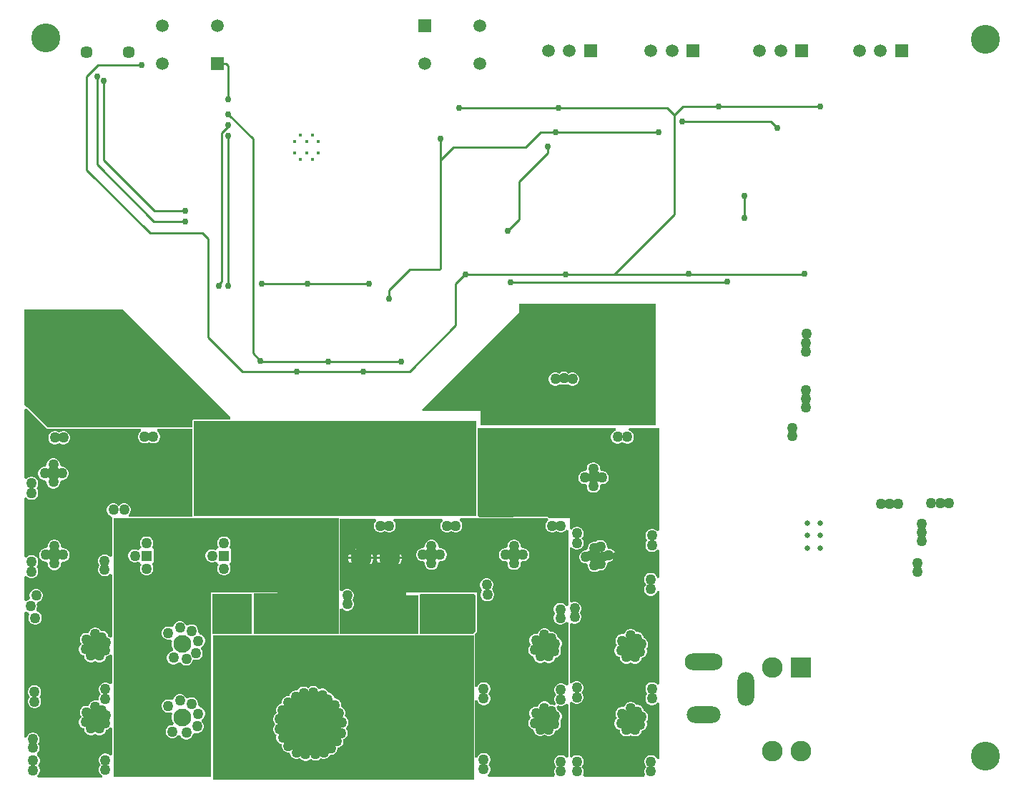
<source format=gbl>
G04*
G04 #@! TF.GenerationSoftware,Altium Limited,Altium Designer,25.8.1 (18)*
G04*
G04 Layer_Physical_Order=4*
G04 Layer_Color=16711680*
%FSLAX42Y42*%
%MOMM*%
G71*
G04*
G04 #@! TF.SameCoordinates,874FC4BF-8C61-49E1-ACD6-6D65B42AE4DE*
G04*
G04*
G04 #@! TF.FilePolarity,Positive*
G04*
G01*
G75*
%ADD16C,0.25*%
%ADD76R,1.30X1.30*%
%ADD80C,2.45*%
%ADD81R,2.45X2.45*%
%ADD82R,2.45X2.45*%
%ADD83C,1.30*%
%ADD88C,0.63*%
%ADD91O,4.00X2.00*%
%ADD92O,4.50X2.00*%
%ADD93O,2.00X4.00*%
%ADD94R,1.51X1.51*%
%ADD95C,1.50*%
%ADD96R,1.50X1.50*%
%ADD97C,2.10*%
%ADD98C,5.42*%
%ADD99R,4.92X4.92*%
%ADD100C,1.45*%
%ADD101C,0.40*%
%ADD102C,1.51*%
%ADD103C,1.27*%
%ADD104C,3.43*%
%ADD105C,0.76*%
G36*
X10068Y7823D02*
X7994D01*
X7988Y7828D01*
Y7988D01*
X7310D01*
X7301Y8012D01*
X8446Y9157D01*
Y9258D01*
X10068D01*
Y7823D01*
D02*
G37*
G36*
X5031Y7923D02*
Y7890D01*
X4591D01*
X4581Y7881D01*
Y7874D01*
Y7798D01*
X2864D01*
X2632Y8030D01*
X2621Y8034D01*
X2591Y8064D01*
Y9195D01*
X3759D01*
X5031Y7923D01*
D02*
G37*
G36*
X10109Y6573D02*
X10093Y6566D01*
X10084Y6565D01*
X10071Y6578D01*
X10053Y6588D01*
X10033Y6593D01*
X10013D01*
X9993Y6588D01*
X9975Y6578D01*
X9960Y6563D01*
X9950Y6545D01*
X9944Y6525D01*
Y6505D01*
X9950Y6485D01*
X9960Y6467D01*
X9969Y6458D01*
X9960Y6449D01*
X9950Y6431D01*
X9944Y6411D01*
Y6390D01*
X9950Y6370D01*
X9960Y6352D01*
X9975Y6338D01*
X9993Y6327D01*
X10013Y6322D01*
X10033D01*
X10053Y6327D01*
X10071Y6338D01*
X10084Y6350D01*
X10093Y6349D01*
X10109Y6342D01*
Y6017D01*
X10084Y6013D01*
X10081Y6025D01*
X10070Y6043D01*
X10056Y6057D01*
X10038Y6068D01*
X10018Y6073D01*
X9997D01*
X9977Y6068D01*
X9959Y6057D01*
X9945Y6043D01*
X9934Y6025D01*
X9929Y6005D01*
Y5984D01*
X9934Y5964D01*
X9945Y5946D01*
X9954Y5937D01*
X9945Y5928D01*
X9934Y5910D01*
X9929Y5890D01*
Y5870D01*
X9934Y5850D01*
X9945Y5832D01*
X9959Y5817D01*
X9977Y5807D01*
X9997Y5802D01*
X10018D01*
X10038Y5807D01*
X10056Y5817D01*
X10070Y5832D01*
X10081Y5850D01*
X10084Y5861D01*
X10109Y5858D01*
Y4757D01*
X10093Y4750D01*
X10084Y4749D01*
X10071Y4762D01*
X10053Y4772D01*
X10033Y4777D01*
X10013D01*
X9993Y4772D01*
X9975Y4762D01*
X9960Y4747D01*
X9950Y4729D01*
X9944Y4709D01*
Y4688D01*
X9950Y4668D01*
X9960Y4651D01*
X9969Y4642D01*
X9960Y4633D01*
X9950Y4615D01*
X9944Y4595D01*
Y4574D01*
X9950Y4554D01*
X9960Y4536D01*
X9975Y4522D01*
X9993Y4511D01*
X10013Y4506D01*
X10033D01*
X10053Y4511D01*
X10071Y4522D01*
X10084Y4534D01*
X10093Y4533D01*
X10109Y4526D01*
Y3867D01*
X10084Y3864D01*
X10083Y3865D01*
X10073Y3883D01*
X10058Y3898D01*
X10041Y3908D01*
X10021Y3914D01*
X10000D01*
X9980Y3908D01*
X9962Y3898D01*
X9947Y3883D01*
X9937Y3865D01*
X9932Y3846D01*
Y3825D01*
X9937Y3805D01*
X9947Y3787D01*
X9956Y3778D01*
X9947Y3769D01*
X9937Y3751D01*
X9932Y3731D01*
Y3711D01*
X9937Y3691D01*
X9941Y3683D01*
X9929Y3658D01*
X9928Y3658D01*
X9216D01*
X9216Y3658D01*
X9203Y3683D01*
X9207Y3691D01*
X9212Y3711D01*
Y3731D01*
X9207Y3751D01*
X9197Y3769D01*
X9188Y3778D01*
X9197Y3787D01*
X9207Y3805D01*
X9212Y3825D01*
Y3846D01*
X9207Y3865D01*
X9197Y3883D01*
X9182Y3898D01*
X9164Y3908D01*
X9144Y3914D01*
X9124D01*
X9104Y3908D01*
X9086Y3898D01*
X9071Y3884D01*
X9070Y3884D01*
X9046Y3891D01*
Y4537D01*
X9059Y4544D01*
X9071Y4546D01*
X9083Y4535D01*
X9101Y4524D01*
X9121Y4519D01*
X9142D01*
X9162Y4524D01*
X9179Y4535D01*
X9194Y4549D01*
X9204Y4567D01*
X9210Y4587D01*
Y4608D01*
X9204Y4628D01*
X9194Y4646D01*
X9185Y4655D01*
X9194Y4663D01*
X9204Y4681D01*
X9210Y4701D01*
Y4722D01*
X9204Y4742D01*
X9194Y4760D01*
X9179Y4775D01*
X9162Y4785D01*
X9142Y4790D01*
X9121D01*
X9101Y4785D01*
X9083Y4775D01*
X9071Y4763D01*
X9059Y4765D01*
X9046Y4772D01*
Y5465D01*
X9071Y5479D01*
X9076Y5477D01*
X9096Y5471D01*
X9116D01*
X9136Y5477D01*
X9154Y5487D01*
X9169Y5502D01*
X9179Y5520D01*
X9184Y5540D01*
Y5560D01*
X9179Y5580D01*
X9169Y5598D01*
X9166Y5601D01*
X9169Y5603D01*
X9179Y5621D01*
X9184Y5641D01*
Y5662D01*
X9179Y5682D01*
X9169Y5700D01*
X9154Y5714D01*
X9136Y5725D01*
X9116Y5730D01*
X9096D01*
X9076Y5725D01*
X9071Y5722D01*
X9046Y5737D01*
Y6371D01*
X9070Y6378D01*
X9071Y6378D01*
X9086Y6363D01*
X9104Y6353D01*
X9124Y6347D01*
X9144D01*
X9164Y6353D01*
X9182Y6363D01*
X9197Y6378D01*
X9207Y6396D01*
X9212Y6416D01*
Y6436D01*
X9207Y6456D01*
X9197Y6474D01*
X9188Y6483D01*
X9197Y6492D01*
X9207Y6510D01*
X9212Y6530D01*
Y6551D01*
X9207Y6571D01*
X9197Y6588D01*
X9182Y6603D01*
X9164Y6613D01*
X9144Y6619D01*
X9124D01*
X9104Y6613D01*
X9086Y6603D01*
X9071Y6589D01*
X9070Y6589D01*
X9046Y6596D01*
Y6718D01*
X8801Y6721D01*
X8801Y6722D01*
X8798Y6726D01*
X8796Y6729D01*
X8794Y6730D01*
X8793Y6732D01*
X8789Y6733D01*
X8785Y6734D01*
X7975Y6733D01*
X7954Y6759D01*
Y7785D01*
X9592D01*
X9595Y7760D01*
X9584Y7757D01*
X9566Y7746D01*
X9551Y7732D01*
X9541Y7714D01*
X9535Y7694D01*
Y7673D01*
X9541Y7653D01*
X9551Y7635D01*
X9566Y7621D01*
X9584Y7610D01*
X9604Y7605D01*
X9624D01*
X9644Y7610D01*
X9662Y7621D01*
X9671Y7630D01*
X9680Y7621D01*
X9698Y7610D01*
X9718Y7605D01*
X9739D01*
X9758Y7610D01*
X9776Y7621D01*
X9791Y7635D01*
X9801Y7653D01*
X9807Y7673D01*
Y7694D01*
X9801Y7714D01*
X9791Y7732D01*
X9776Y7746D01*
X9758Y7757D01*
X9747Y7760D01*
X9750Y7785D01*
X10109D01*
Y6573D01*
D02*
G37*
G36*
X2858Y7782D02*
X3965D01*
X3968Y7777D01*
X3967Y7748D01*
X3952Y7733D01*
X3942Y7715D01*
X3937Y7695D01*
Y7675D01*
X3942Y7655D01*
X3952Y7637D01*
X3967Y7622D01*
X3985Y7612D01*
X4005Y7606D01*
X4026D01*
X4046Y7612D01*
X4063Y7622D01*
X4066Y7625D01*
X4069Y7622D01*
X4087Y7612D01*
X4107Y7606D01*
X4127D01*
X4147Y7612D01*
X4165Y7622D01*
X4180Y7637D01*
X4190Y7655D01*
X4195Y7675D01*
Y7695D01*
X4190Y7715D01*
X4180Y7733D01*
X4165Y7748D01*
X4165Y7777D01*
X4168Y7782D01*
X4581D01*
Y6744D01*
Y6735D01*
X3832D01*
X3825Y6748D01*
X3823Y6760D01*
X3835Y6772D01*
X3845Y6790D01*
X3850Y6810D01*
Y6830D01*
X3845Y6850D01*
X3835Y6868D01*
X3820Y6883D01*
X3802Y6893D01*
X3782Y6898D01*
X3762D01*
X3742Y6893D01*
X3724Y6883D01*
X3708Y6869D01*
X3693Y6883D01*
X3675Y6893D01*
X3655Y6898D01*
X3635D01*
X3615Y6893D01*
X3597Y6883D01*
X3582Y6868D01*
X3572Y6850D01*
X3566Y6830D01*
Y6810D01*
X3572Y6790D01*
X3582Y6772D01*
X3597Y6757D01*
X3615Y6747D01*
X3628Y6725D01*
X3629Y6718D01*
X3629Y6717D01*
Y6270D01*
X3610Y6263D01*
X3603Y6262D01*
X3590Y6275D01*
X3572Y6286D01*
X3552Y6291D01*
X3532D01*
X3512Y6286D01*
X3494Y6275D01*
X3479Y6261D01*
X3469Y6243D01*
X3463Y6223D01*
Y6202D01*
X3469Y6182D01*
X3479Y6164D01*
X3482Y6162D01*
X3479Y6159D01*
X3469Y6141D01*
X3463Y6121D01*
Y6100D01*
X3469Y6080D01*
X3479Y6063D01*
X3494Y6048D01*
X3512Y6038D01*
X3532Y6032D01*
X3552D01*
X3572Y6038D01*
X3590Y6048D01*
X3603Y6061D01*
X3610Y6061D01*
X3629Y6053D01*
Y5319D01*
X3608Y5309D01*
X3603Y5308D01*
X3586Y5318D01*
X3584Y5319D01*
X3578Y5339D01*
X3568Y5357D01*
X3553Y5371D01*
X3535Y5382D01*
X3516Y5387D01*
X3496D01*
X3492Y5395D01*
X3477Y5410D01*
X3459Y5420D01*
X3439Y5425D01*
X3419D01*
X3399Y5420D01*
X3381Y5410D01*
X3366Y5395D01*
X3356Y5377D01*
X3351Y5358D01*
X3338Y5362D01*
X3317D01*
X3297Y5356D01*
X3279Y5346D01*
X3265Y5331D01*
X3254Y5313D01*
X3249Y5294D01*
Y5273D01*
X3254Y5253D01*
X3265Y5235D01*
X3252Y5217D01*
X3242Y5199D01*
X3236Y5179D01*
Y5159D01*
X3242Y5139D01*
X3252Y5121D01*
X3267Y5106D01*
X3284Y5096D01*
X3300Y5092D01*
Y5082D01*
X3305Y5062D01*
X3315Y5044D01*
X3330Y5030D01*
X3348Y5020D01*
X3368Y5014D01*
X3389D01*
X3408Y5020D01*
X3426Y5030D01*
X3429Y5032D01*
X3432Y5030D01*
X3449Y5020D01*
X3469Y5014D01*
X3490D01*
X3510Y5020D01*
X3528Y5030D01*
X3543Y5044D01*
X3553Y5062D01*
X3557Y5079D01*
X3574Y5083D01*
X3592Y5093D01*
X3603Y5105D01*
X3615Y5103D01*
X3629Y5096D01*
Y4764D01*
X3603Y4754D01*
X3599Y4758D01*
X3581Y4769D01*
X3561Y4774D01*
X3540D01*
X3520Y4769D01*
X3502Y4758D01*
X3488Y4744D01*
X3478Y4726D01*
X3472Y4706D01*
Y4685D01*
X3478Y4665D01*
X3488Y4647D01*
X3497Y4638D01*
X3488Y4629D01*
X3478Y4611D01*
X3472Y4591D01*
Y4578D01*
X3469Y4574D01*
X3458Y4564D01*
X3449Y4559D01*
X3439Y4562D01*
X3419D01*
X3399Y4556D01*
X3381Y4546D01*
X3366Y4531D01*
X3356Y4513D01*
X3351Y4495D01*
X3338Y4498D01*
X3317D01*
X3297Y4493D01*
X3279Y4482D01*
X3265Y4468D01*
X3254Y4450D01*
X3249Y4430D01*
Y4409D01*
X3254Y4389D01*
X3265Y4371D01*
X3252Y4353D01*
X3242Y4336D01*
X3236Y4316D01*
Y4295D01*
X3242Y4275D01*
X3252Y4257D01*
X3267Y4242D01*
X3284Y4232D01*
X3300Y4228D01*
Y4219D01*
X3305Y4199D01*
X3315Y4181D01*
X3330Y4166D01*
X3348Y4156D01*
X3368Y4151D01*
X3389D01*
X3408Y4156D01*
X3426Y4166D01*
X3429Y4169D01*
X3432Y4166D01*
X3449Y4156D01*
X3469Y4151D01*
X3490D01*
X3510Y4156D01*
X3528Y4166D01*
X3543Y4181D01*
X3553Y4199D01*
X3557Y4215D01*
X3574Y4219D01*
X3592Y4230D01*
X3603Y4242D01*
X3615Y4240D01*
X3629Y4233D01*
Y3922D01*
X3603Y3912D01*
X3597Y3918D01*
X3579Y3928D01*
X3559Y3934D01*
X3538D01*
X3518Y3928D01*
X3501Y3918D01*
X3486Y3903D01*
X3476Y3885D01*
X3470Y3865D01*
Y3845D01*
X3476Y3825D01*
X3486Y3807D01*
X3495Y3798D01*
X3486Y3789D01*
X3476Y3771D01*
X3470Y3751D01*
Y3730D01*
X3476Y3710D01*
X3486Y3693D01*
X3501Y3678D01*
X3514Y3670D01*
X3512Y3651D01*
X3509Y3645D01*
X2749D01*
X2742Y3670D01*
X2743Y3671D01*
X2758Y3685D01*
X2768Y3703D01*
X2774Y3723D01*
Y3744D01*
X2768Y3764D01*
X2758Y3782D01*
X2749Y3791D01*
X2758Y3800D01*
X2768Y3818D01*
X2774Y3838D01*
Y3858D01*
X2768Y3878D01*
X2758Y3896D01*
X2743Y3911D01*
X2742Y3927D01*
X2743Y3940D01*
X2755Y3952D01*
X2766Y3970D01*
X2771Y3990D01*
Y4011D01*
X2766Y4031D01*
X2755Y4049D01*
X2753Y4051D01*
X2755Y4054D01*
X2766Y4072D01*
X2771Y4092D01*
Y4112D01*
X2766Y4132D01*
X2755Y4150D01*
X2741Y4165D01*
X2723Y4175D01*
X2703Y4181D01*
X2682D01*
X2662Y4175D01*
X2644Y4165D01*
X2630Y4150D01*
X2619Y4132D01*
X2616Y4121D01*
X2591Y4124D01*
Y5602D01*
X2610Y5612D01*
X2616Y5613D01*
X2633Y5604D01*
X2637Y5603D01*
X2639Y5601D01*
X2649Y5574D01*
X2645Y5567D01*
X2639Y5548D01*
Y5527D01*
X2645Y5507D01*
X2655Y5489D01*
X2670Y5474D01*
X2688Y5464D01*
X2707Y5459D01*
X2728D01*
X2748Y5464D01*
X2766Y5474D01*
X2781Y5489D01*
X2791Y5507D01*
X2796Y5527D01*
Y5548D01*
X2791Y5567D01*
X2781Y5585D01*
X2766Y5600D01*
X2748Y5610D01*
X2744Y5611D01*
X2742Y5614D01*
X2732Y5640D01*
X2736Y5647D01*
X2742Y5667D01*
Y5687D01*
X2738Y5700D01*
X2739Y5711D01*
X2753Y5729D01*
X2761Y5731D01*
X2779Y5741D01*
X2793Y5756D01*
X2804Y5774D01*
X2809Y5794D01*
Y5814D01*
X2804Y5834D01*
X2793Y5852D01*
X2779Y5867D01*
X2761Y5877D01*
X2741Y5882D01*
X2720D01*
X2700Y5877D01*
X2682Y5867D01*
X2668Y5852D01*
X2657Y5834D01*
X2652Y5814D01*
Y5794D01*
X2655Y5781D01*
X2654Y5770D01*
X2640Y5752D01*
X2633Y5750D01*
X2616Y5741D01*
X2610Y5742D01*
X2591Y5752D01*
Y6030D01*
X2603Y6036D01*
X2616Y6039D01*
X2628Y6028D01*
X2645Y6017D01*
X2665Y6012D01*
X2686D01*
X2706Y6017D01*
X2724Y6028D01*
X2739Y6042D01*
X2749Y6060D01*
X2754Y6080D01*
Y6101D01*
X2749Y6121D01*
X2739Y6139D01*
X2730Y6148D01*
X2739Y6156D01*
X2749Y6174D01*
X2754Y6194D01*
Y6215D01*
X2749Y6235D01*
X2739Y6253D01*
X2724Y6267D01*
X2706Y6278D01*
X2686Y6283D01*
X2665D01*
X2645Y6278D01*
X2628Y6267D01*
X2616Y6256D01*
X2603Y6259D01*
X2591Y6265D01*
Y6957D01*
X2603Y6964D01*
X2616Y6966D01*
X2628Y6955D01*
X2645Y6944D01*
X2665Y6939D01*
X2686D01*
X2706Y6944D01*
X2724Y6955D01*
X2739Y6969D01*
X2749Y6987D01*
X2754Y7007D01*
Y7028D01*
X2749Y7048D01*
X2739Y7066D01*
X2730Y7075D01*
X2739Y7084D01*
X2749Y7101D01*
X2754Y7121D01*
Y7142D01*
X2749Y7162D01*
X2739Y7180D01*
X2724Y7195D01*
X2706Y7205D01*
X2686Y7210D01*
X2665D01*
X2645Y7205D01*
X2628Y7195D01*
X2616Y7183D01*
X2603Y7186D01*
X2591Y7192D01*
Y8008D01*
X2601Y8018D01*
X2621D01*
X2858Y7782D01*
D02*
G37*
G36*
X7938Y6744D02*
X4597D01*
Y7874D01*
X7938D01*
Y6744D01*
D02*
G37*
G36*
X8792Y6693D02*
X8791Y6692D01*
X8776Y6678D01*
X8766Y6660D01*
X8761Y6640D01*
Y6619D01*
X8766Y6599D01*
X8776Y6581D01*
X8791Y6567D01*
X8809Y6556D01*
X8829Y6551D01*
X8850D01*
X8869Y6556D01*
X8887Y6567D01*
X8890Y6569D01*
X8893Y6567D01*
X8911Y6556D01*
X8930Y6551D01*
X8951D01*
X8971Y6556D01*
X8989Y6567D01*
X9004Y6581D01*
X9004Y6582D01*
X9030Y6576D01*
Y5687D01*
X9004Y5680D01*
X9000Y5687D01*
X8986Y5702D01*
X8968Y5712D01*
X8948Y5717D01*
X8927D01*
X8907Y5712D01*
X8889Y5702D01*
X8875Y5687D01*
X8864Y5669D01*
X8859Y5649D01*
Y5628D01*
X8864Y5608D01*
X8875Y5591D01*
X8877Y5588D01*
X8875Y5585D01*
X8864Y5567D01*
X8859Y5548D01*
Y5527D01*
X8864Y5507D01*
X8875Y5489D01*
X8889Y5474D01*
X8907Y5464D01*
X8927Y5459D01*
X8948D01*
X8968Y5464D01*
X8986Y5474D01*
X9000Y5489D01*
X9004Y5496D01*
X9030Y5489D01*
Y4745D01*
X9013Y4737D01*
X9004Y4736D01*
X8992Y4749D01*
X8974Y4759D01*
X8954Y4765D01*
X8933D01*
X8913Y4759D01*
X8895Y4749D01*
X8881Y4734D01*
X8870Y4716D01*
X8865Y4696D01*
Y4676D01*
X8870Y4656D01*
X8881Y4638D01*
X8890Y4629D01*
X8881Y4620D01*
X8870Y4602D01*
X8865Y4582D01*
Y4561D01*
X8870Y4541D01*
X8881Y4524D01*
X8881Y4523D01*
X8866Y4503D01*
X8856Y4508D01*
X8836Y4514D01*
X8817D01*
X8812Y4521D01*
X8798Y4536D01*
X8780Y4546D01*
X8760Y4552D01*
X8739D01*
X8719Y4546D01*
X8701Y4536D01*
X8687Y4521D01*
X8676Y4504D01*
X8671Y4485D01*
X8658Y4488D01*
X8637D01*
X8617Y4483D01*
X8600Y4473D01*
X8585Y4458D01*
X8575Y4440D01*
X8569Y4420D01*
Y4399D01*
X8575Y4379D01*
X8585Y4362D01*
X8572Y4344D01*
X8562Y4326D01*
X8557Y4306D01*
Y4285D01*
X8562Y4265D01*
X8572Y4247D01*
X8587Y4233D01*
X8605Y4222D01*
X8620Y4218D01*
Y4209D01*
X8625Y4189D01*
X8636Y4171D01*
X8650Y4156D01*
X8668Y4146D01*
X8688Y4141D01*
X8709D01*
X8729Y4146D01*
X8747Y4156D01*
X8749Y4159D01*
X8752Y4156D01*
X8770Y4146D01*
X8790Y4141D01*
X8811D01*
X8830Y4146D01*
X8848Y4156D01*
X8863Y4171D01*
X8873Y4189D01*
X8878Y4205D01*
X8894Y4210D01*
X8912Y4220D01*
X8927Y4235D01*
X8937Y4252D01*
X8942Y4272D01*
Y4293D01*
X8937Y4313D01*
X8934Y4318D01*
X8939Y4323D01*
X8950Y4341D01*
X8955Y4361D01*
Y4382D01*
X8950Y4402D01*
X8939Y4420D01*
X8925Y4434D01*
X8907Y4445D01*
X8904Y4445D01*
X8899Y4465D01*
X8888Y4483D01*
X8888Y4484D01*
X8903Y4504D01*
X8913Y4499D01*
X8933Y4493D01*
X8954D01*
X8974Y4499D01*
X8992Y4509D01*
X9004Y4522D01*
X9013Y4521D01*
X9030Y4513D01*
Y3894D01*
X9013Y3886D01*
X9004Y3885D01*
X8992Y3898D01*
X8974Y3908D01*
X8954Y3914D01*
X8933D01*
X8913Y3908D01*
X8895Y3898D01*
X8881Y3883D01*
X8870Y3865D01*
X8865Y3846D01*
Y3825D01*
X8870Y3805D01*
X8881Y3787D01*
X8890Y3778D01*
X8881Y3769D01*
X8870Y3751D01*
X8865Y3731D01*
Y3711D01*
X8870Y3691D01*
X8875Y3683D01*
X8862Y3658D01*
X8861Y3658D01*
X8083D01*
X8076Y3683D01*
X8077Y3683D01*
X8092Y3698D01*
X8102Y3716D01*
X8108Y3736D01*
Y3757D01*
X8102Y3777D01*
X8092Y3794D01*
X8083Y3803D01*
X8092Y3812D01*
X8102Y3830D01*
X8108Y3850D01*
Y3871D01*
X8102Y3891D01*
X8092Y3909D01*
X8077Y3923D01*
X8059Y3934D01*
X8039Y3939D01*
X8019D01*
X7999Y3934D01*
X7981Y3923D01*
X7966Y3909D01*
X7956Y3891D01*
X7954Y3883D01*
X7928Y3886D01*
Y4559D01*
X7954Y4562D01*
X7956Y4554D01*
X7966Y4536D01*
X7981Y4522D01*
X7999Y4511D01*
X8019Y4506D01*
X8039D01*
X8059Y4511D01*
X8077Y4522D01*
X8092Y4536D01*
X8102Y4554D01*
X8108Y4574D01*
Y4595D01*
X8102Y4615D01*
X8092Y4633D01*
X8083Y4642D01*
X8092Y4651D01*
X8102Y4668D01*
X8108Y4688D01*
Y4709D01*
X8102Y4729D01*
X8092Y4747D01*
X8077Y4762D01*
X8059Y4772D01*
X8039Y4777D01*
X8019D01*
X7999Y4772D01*
X7981Y4762D01*
X7966Y4747D01*
X7956Y4729D01*
X7954Y4721D01*
X7928Y4724D01*
Y5341D01*
X7924Y5345D01*
X7950Y5372D01*
Y5842D01*
X7112D01*
Y5804D01*
X7252D01*
Y5350D01*
X6328D01*
Y5642D01*
X6342Y5649D01*
X6354Y5651D01*
X6365Y5639D01*
X6383Y5629D01*
X6403Y5624D01*
X6424D01*
X6444Y5629D01*
X6462Y5639D01*
X6476Y5654D01*
X6487Y5672D01*
X6492Y5692D01*
Y5713D01*
X6487Y5733D01*
X6476Y5751D01*
X6474Y5753D01*
X6476Y5756D01*
X6487Y5774D01*
X6492Y5794D01*
Y5814D01*
X6487Y5834D01*
X6476Y5852D01*
X6462Y5867D01*
X6444Y5877D01*
X6424Y5882D01*
X6403D01*
X6383Y5877D01*
X6365Y5867D01*
X6354Y5855D01*
X6342Y5857D01*
X6328Y5864D01*
Y6715D01*
X6748Y6715D01*
X6755Y6700D01*
X6757Y6690D01*
X6744Y6678D01*
X6734Y6660D01*
X6729Y6640D01*
Y6619D01*
X6734Y6599D01*
X6744Y6581D01*
X6759Y6567D01*
X6777Y6556D01*
X6797Y6551D01*
X6818D01*
X6838Y6556D01*
X6855Y6567D01*
X6858Y6569D01*
X6861Y6567D01*
X6879Y6556D01*
X6898Y6551D01*
X6919D01*
X6939Y6556D01*
X6957Y6567D01*
X6972Y6581D01*
X6982Y6599D01*
X6987Y6619D01*
Y6640D01*
X6982Y6660D01*
X6972Y6678D01*
X6959Y6690D01*
X6960Y6699D01*
X6967Y6716D01*
X7537Y6716D01*
X7545Y6697D01*
X7545Y6691D01*
X7532Y6678D01*
X7521Y6660D01*
X7516Y6640D01*
Y6619D01*
X7521Y6599D01*
X7532Y6581D01*
X7546Y6567D01*
X7564Y6556D01*
X7584Y6551D01*
X7605D01*
X7625Y6556D01*
X7643Y6567D01*
X7645Y6569D01*
X7648Y6567D01*
X7666Y6556D01*
X7686Y6551D01*
X7707D01*
X7726Y6556D01*
X7744Y6567D01*
X7759Y6581D01*
X7769Y6599D01*
X7775Y6619D01*
Y6640D01*
X7769Y6660D01*
X7759Y6678D01*
X7745Y6691D01*
X7746Y6696D01*
X7753Y6717D01*
X8785Y6718D01*
X8792Y6693D01*
D02*
G37*
G36*
X7934Y5807D02*
Y5379D01*
X7931D01*
X7916Y5364D01*
X7913Y5358D01*
X7912Y5357D01*
X7911Y5355D01*
X7909Y5350D01*
X7268D01*
Y5804D01*
X7284Y5826D01*
X7916D01*
X7934Y5807D01*
D02*
G37*
G36*
X6312Y5347D02*
X5309D01*
X5309Y5820D01*
X5312Y5829D01*
X5330Y5829D01*
X5588D01*
Y5842D01*
X5318Y5842D01*
X5288Y5842D01*
X4801D01*
Y5759D01*
X4798Y5751D01*
Y5730D01*
X4801Y5721D01*
Y5531D01*
X4798Y5522D01*
Y5501D01*
X4801Y5493D01*
Y3658D01*
X3645D01*
Y6718D01*
X6312D01*
Y5347D01*
D02*
G37*
G36*
X5283D02*
X4817D01*
Y5493D01*
X4816Y5495D01*
X4816Y5497D01*
X4815Y5504D01*
Y5520D01*
X4816Y5527D01*
X4816Y5529D01*
X4817Y5531D01*
Y5721D01*
X4816Y5724D01*
X4816Y5726D01*
X4815Y5732D01*
Y5749D01*
X4816Y5755D01*
X4816Y5757D01*
X4817Y5759D01*
Y5826D01*
X5283D01*
Y5347D01*
D02*
G37*
G36*
X7909Y5330D02*
X7912Y5329D01*
Y3619D01*
X4826D01*
Y5330D01*
X7909D01*
D02*
G37*
%LPC*%
G36*
X8989Y8458D02*
X8969D01*
X8949Y8453D01*
X8931Y8443D01*
X8922Y8434D01*
X8908Y8442D01*
X8888Y8448D01*
X8867D01*
X8847Y8442D01*
X8829Y8432D01*
X8814Y8418D01*
X8804Y8400D01*
X8799Y8380D01*
Y8359D01*
X8804Y8339D01*
X8814Y8321D01*
X8829Y8306D01*
X8847Y8296D01*
X8867Y8291D01*
X8888D01*
X8908Y8296D01*
X8925Y8306D01*
X8934Y8315D01*
X8949Y8307D01*
X8969Y8301D01*
X8989D01*
X9009Y8307D01*
X9024Y8315D01*
X9032Y8306D01*
X9050Y8296D01*
X9070Y8291D01*
X9091D01*
X9111Y8296D01*
X9129Y8306D01*
X9143Y8321D01*
X9154Y8339D01*
X9159Y8359D01*
Y8380D01*
X9154Y8400D01*
X9143Y8418D01*
X9129Y8432D01*
X9111Y8442D01*
X9091Y8448D01*
X9070D01*
X9050Y8442D01*
X9036Y8434D01*
X9027Y8443D01*
X9009Y8453D01*
X8989Y8458D01*
D02*
G37*
G36*
X9339Y7382D02*
X9319D01*
X9299Y7377D01*
X9281Y7366D01*
X9266Y7352D01*
X9256Y7334D01*
X9250Y7314D01*
Y7303D01*
X9242Y7289D01*
X9228Y7281D01*
X9217D01*
X9197Y7275D01*
X9179Y7265D01*
X9165Y7250D01*
X9154Y7232D01*
X9149Y7212D01*
Y7192D01*
X9154Y7172D01*
X9165Y7154D01*
X9179Y7139D01*
X9197Y7129D01*
X9217Y7124D01*
X9228D01*
X9242Y7115D01*
X9250Y7101D01*
Y7090D01*
X9256Y7070D01*
X9266Y7052D01*
X9281Y7038D01*
X9299Y7027D01*
X9319Y7022D01*
X9339D01*
X9359Y7027D01*
X9377Y7038D01*
X9392Y7052D01*
X9402Y7070D01*
X9407Y7090D01*
Y7101D01*
X9416Y7115D01*
X9430Y7124D01*
X9441D01*
X9461Y7129D01*
X9479Y7139D01*
X9493Y7154D01*
X9504Y7172D01*
X9509Y7192D01*
Y7212D01*
X9504Y7232D01*
X9493Y7250D01*
X9479Y7265D01*
X9461Y7275D01*
X9441Y7281D01*
X9420D01*
X9417Y7285D01*
Y7294D01*
X9412D01*
X9407Y7302D01*
Y7314D01*
X9402Y7334D01*
X9392Y7352D01*
X9377Y7366D01*
X9359Y7377D01*
X9339Y7382D01*
D02*
G37*
G36*
X9420Y6462D02*
X9399D01*
X9379Y6456D01*
X9361Y6446D01*
X9356Y6441D01*
X9352Y6442D01*
X9331D01*
X9311Y6437D01*
X9293Y6427D01*
X9279Y6412D01*
X9268Y6394D01*
X9263Y6374D01*
Y6363D01*
X9255Y6349D01*
X9240Y6341D01*
X9230D01*
X9210Y6335D01*
X9192Y6325D01*
X9177Y6310D01*
X9167Y6293D01*
X9162Y6273D01*
Y6252D01*
X9167Y6232D01*
X9177Y6214D01*
X9192Y6199D01*
X9210Y6189D01*
X9230Y6184D01*
X9240D01*
X9255Y6176D01*
X9263Y6161D01*
Y6150D01*
X9268Y6130D01*
X9279Y6112D01*
X9293Y6098D01*
X9311Y6087D01*
X9331Y6082D01*
X9352D01*
X9372Y6087D01*
X9390Y6098D01*
X9395Y6103D01*
X9399Y6102D01*
X9420D01*
X9440Y6107D01*
X9458Y6117D01*
X9472Y6132D01*
X9483Y6150D01*
X9488Y6170D01*
Y6181D01*
X9496Y6195D01*
X9511Y6203D01*
X9522D01*
X9542Y6209D01*
X9559Y6219D01*
X9574Y6233D01*
X9584Y6251D01*
X9590Y6271D01*
Y6292D01*
X9584Y6312D01*
X9574Y6330D01*
X9559Y6344D01*
X9542Y6355D01*
X9522Y6360D01*
X9511D01*
X9496Y6368D01*
X9488Y6383D01*
Y6394D01*
X9483Y6414D01*
X9472Y6431D01*
X9458Y6446D01*
X9440Y6456D01*
X9420Y6462D01*
D02*
G37*
G36*
X9780Y5409D02*
X9760D01*
X9740Y5404D01*
X9722Y5394D01*
X9707Y5379D01*
X9697Y5361D01*
X9692Y5342D01*
X9679Y5346D01*
X9658D01*
X9638Y5341D01*
X9620Y5330D01*
X9606Y5316D01*
X9595Y5298D01*
X9590Y5278D01*
Y5257D01*
X9595Y5237D01*
X9606Y5219D01*
X9593Y5201D01*
X9582Y5183D01*
X9577Y5163D01*
Y5143D01*
X9582Y5123D01*
X9593Y5105D01*
X9607Y5090D01*
X9625Y5080D01*
X9641Y5076D01*
Y5067D01*
X9646Y5047D01*
X9656Y5029D01*
X9671Y5014D01*
X9689Y5004D01*
X9709Y4998D01*
X9729D01*
X9749Y5004D01*
X9767Y5014D01*
X9770Y5017D01*
X9773Y5014D01*
X9790Y5004D01*
X9810Y4998D01*
X9831D01*
X9851Y5004D01*
X9869Y5014D01*
X9884Y5029D01*
X9894Y5047D01*
X9898Y5063D01*
X9915Y5067D01*
X9932Y5078D01*
X9947Y5092D01*
X9957Y5110D01*
X9963Y5130D01*
Y5151D01*
X9957Y5171D01*
X9954Y5176D01*
X9960Y5181D01*
X9970Y5199D01*
X9975Y5219D01*
Y5240D01*
X9970Y5260D01*
X9960Y5277D01*
X9945Y5292D01*
X9927Y5302D01*
X9925Y5303D01*
X9919Y5323D01*
X9909Y5341D01*
X9894Y5356D01*
X9876Y5366D01*
X9856Y5371D01*
X9837D01*
X9833Y5379D01*
X9818Y5394D01*
X9800Y5404D01*
X9780Y5409D01*
D02*
G37*
G36*
Y4546D02*
X9760D01*
X9740Y4540D01*
X9722Y4530D01*
X9707Y4515D01*
X9697Y4498D01*
X9692Y4479D01*
X9679Y4482D01*
X9658D01*
X9638Y4477D01*
X9620Y4467D01*
X9606Y4452D01*
X9595Y4434D01*
X9590Y4414D01*
Y4393D01*
X9595Y4373D01*
X9606Y4356D01*
X9593Y4338D01*
X9582Y4320D01*
X9577Y4300D01*
Y4279D01*
X9582Y4259D01*
X9593Y4241D01*
X9607Y4227D01*
X9625Y4216D01*
X9641Y4212D01*
Y4203D01*
X9646Y4183D01*
X9656Y4165D01*
X9671Y4150D01*
X9689Y4140D01*
X9709Y4135D01*
X9729D01*
X9749Y4140D01*
X9767Y4150D01*
X9770Y4153D01*
X9773Y4150D01*
X9790Y4140D01*
X9810Y4135D01*
X9831D01*
X9851Y4140D01*
X9869Y4150D01*
X9884Y4165D01*
X9894Y4183D01*
X9898Y4199D01*
X9915Y4204D01*
X9932Y4214D01*
X9947Y4229D01*
X9957Y4246D01*
X9963Y4266D01*
Y4287D01*
X9957Y4307D01*
X9954Y4312D01*
X9960Y4317D01*
X9970Y4335D01*
X9975Y4355D01*
Y4376D01*
X9970Y4396D01*
X9960Y4414D01*
X9945Y4428D01*
X9927Y4439D01*
X9925Y4440D01*
X9919Y4459D01*
X9909Y4477D01*
X9894Y4492D01*
X9876Y4502D01*
X9856Y4508D01*
X9837D01*
X9833Y4515D01*
X9818Y4530D01*
X9800Y4540D01*
X9780Y4546D01*
D02*
G37*
G36*
X3064Y7754D02*
X3044D01*
X3024Y7749D01*
X3006Y7738D01*
X3003Y7736D01*
X3001Y7738D01*
X2983Y7749D01*
X2963Y7754D01*
X2942D01*
X2922Y7749D01*
X2904Y7738D01*
X2890Y7724D01*
X2879Y7706D01*
X2874Y7686D01*
Y7665D01*
X2879Y7645D01*
X2890Y7627D01*
X2904Y7613D01*
X2922Y7602D01*
X2942Y7597D01*
X2963D01*
X2983Y7602D01*
X3001Y7613D01*
X3003Y7615D01*
X3006Y7613D01*
X3024Y7602D01*
X3044Y7597D01*
X3064D01*
X3084Y7602D01*
X3102Y7613D01*
X3117Y7627D01*
X3127Y7645D01*
X3133Y7665D01*
Y7686D01*
X3127Y7706D01*
X3117Y7724D01*
X3102Y7738D01*
X3084Y7749D01*
X3064Y7754D01*
D02*
G37*
G36*
X2944Y7432D02*
X2923D01*
X2903Y7426D01*
X2885Y7416D01*
X2871Y7401D01*
X2861Y7384D01*
X2855Y7364D01*
Y7353D01*
X2847Y7338D01*
X2832Y7330D01*
X2822D01*
X2802Y7325D01*
X2784Y7315D01*
X2769Y7300D01*
X2759Y7282D01*
X2754Y7262D01*
Y7241D01*
X2759Y7221D01*
X2769Y7204D01*
X2784Y7189D01*
X2802Y7179D01*
X2822Y7173D01*
X2832D01*
X2847Y7165D01*
X2855Y7150D01*
Y7140D01*
X2861Y7120D01*
X2871Y7102D01*
X2885Y7087D01*
X2903Y7077D01*
X2923Y7072D01*
X2944D01*
X2964Y7077D01*
X2982Y7087D01*
X2997Y7102D01*
X3007Y7120D01*
X3012Y7140D01*
Y7150D01*
X3020Y7165D01*
X3035Y7173D01*
X3046D01*
X3066Y7179D01*
X3083Y7189D01*
X3098Y7204D01*
X3108Y7221D01*
X3114Y7241D01*
Y7262D01*
X3108Y7282D01*
X3098Y7300D01*
X3083Y7315D01*
X3066Y7325D01*
X3046Y7330D01*
X3035D01*
X3020Y7338D01*
X3012Y7353D01*
Y7364D01*
X3007Y7384D01*
X2997Y7401D01*
X2982Y7416D01*
X2964Y7426D01*
X2944Y7432D01*
D02*
G37*
G36*
X2957Y6467D02*
X2936D01*
X2916Y6461D01*
X2898Y6451D01*
X2884Y6436D01*
X2873Y6418D01*
X2868Y6398D01*
Y6388D01*
X2860Y6373D01*
X2845Y6365D01*
X2834D01*
X2815Y6360D01*
X2797Y6349D01*
X2782Y6335D01*
X2772Y6317D01*
X2766Y6297D01*
Y6276D01*
X2772Y6256D01*
X2782Y6238D01*
X2797Y6224D01*
X2815Y6213D01*
X2834Y6208D01*
X2845D01*
X2860Y6200D01*
X2868Y6185D01*
Y6175D01*
X2873Y6155D01*
X2884Y6137D01*
X2898Y6122D01*
X2916Y6112D01*
X2936Y6106D01*
X2957D01*
X2977Y6112D01*
X2995Y6122D01*
X3009Y6137D01*
X3020Y6155D01*
X3025Y6175D01*
Y6185D01*
X3033Y6200D01*
X3048Y6208D01*
X3058D01*
X3078Y6213D01*
X3096Y6224D01*
X3111Y6238D01*
X3121Y6256D01*
X3126Y6276D01*
Y6297D01*
X3121Y6317D01*
X3111Y6335D01*
X3096Y6349D01*
X3078Y6360D01*
X3058Y6365D01*
X3048D01*
X3033Y6373D01*
X3025Y6388D01*
Y6398D01*
X3020Y6418D01*
X3009Y6436D01*
X2995Y6451D01*
X2977Y6461D01*
X2957Y6467D01*
D02*
G37*
G36*
X2720Y4741D02*
X2699D01*
X2679Y4736D01*
X2662Y4726D01*
X2647Y4711D01*
X2637Y4693D01*
X2631Y4673D01*
Y4653D01*
X2637Y4633D01*
X2647Y4615D01*
X2656Y4606D01*
X2647Y4597D01*
X2637Y4579D01*
X2631Y4559D01*
Y4538D01*
X2637Y4518D01*
X2647Y4500D01*
X2662Y4486D01*
X2679Y4475D01*
X2699Y4470D01*
X2720D01*
X2740Y4475D01*
X2758Y4486D01*
X2773Y4500D01*
X2783Y4518D01*
X2788Y4538D01*
Y4559D01*
X2783Y4579D01*
X2773Y4597D01*
X2764Y4606D01*
X2773Y4615D01*
X2783Y4633D01*
X2788Y4653D01*
Y4673D01*
X2783Y4693D01*
X2773Y4711D01*
X2758Y4726D01*
X2740Y4736D01*
X2720Y4741D01*
D02*
G37*
G36*
X6928Y6396D02*
X6926D01*
Y6260D01*
X7062D01*
Y6262D01*
X7056Y6291D01*
X7045Y6318D01*
X7029Y6342D01*
X7008Y6363D01*
X6984Y6379D01*
X6957Y6390D01*
X6928Y6396D01*
D02*
G37*
G36*
X6901D02*
X6899D01*
X6871Y6390D01*
X6844Y6379D01*
X6819Y6363D01*
X6799Y6342D01*
X6783Y6318D01*
X6771Y6291D01*
X6766Y6262D01*
Y6260D01*
X6901D01*
Y6396D01*
D02*
G37*
G36*
X6588D02*
X6586D01*
Y6260D01*
X6722D01*
Y6262D01*
X6716Y6291D01*
X6705Y6318D01*
X6689Y6342D01*
X6668Y6363D01*
X6644Y6379D01*
X6617Y6390D01*
X6588Y6396D01*
D02*
G37*
G36*
X6561D02*
X6559D01*
X6531Y6390D01*
X6504Y6379D01*
X6479Y6363D01*
X6459Y6342D01*
X6443Y6318D01*
X6431Y6291D01*
X6426Y6262D01*
Y6260D01*
X6561D01*
Y6396D01*
D02*
G37*
G36*
X8399Y6468D02*
X8379D01*
X8359Y6462D01*
X8341Y6452D01*
X8326Y6437D01*
X8316Y6420D01*
X8311Y6400D01*
Y6389D01*
X8302Y6374D01*
X8288Y6366D01*
X8277D01*
X8257Y6361D01*
X8239Y6350D01*
X8225Y6336D01*
X8214Y6318D01*
X8209Y6298D01*
Y6277D01*
X8214Y6257D01*
X8225Y6239D01*
X8239Y6225D01*
X8257Y6214D01*
X8277Y6209D01*
X8288D01*
X8302Y6201D01*
X8311Y6186D01*
Y6176D01*
X8316Y6156D01*
X8326Y6138D01*
X8341Y6123D01*
X8359Y6113D01*
X8379Y6108D01*
X8399D01*
X8419Y6113D01*
X8437Y6123D01*
X8452Y6138D01*
X8462Y6156D01*
X8468Y6176D01*
Y6186D01*
X8476Y6201D01*
X8490Y6209D01*
X8501D01*
X8521Y6214D01*
X8539Y6225D01*
X8554Y6239D01*
X8564Y6257D01*
X8569Y6277D01*
Y6298D01*
X8564Y6318D01*
X8554Y6336D01*
X8539Y6350D01*
X8521Y6361D01*
X8501Y6366D01*
X8490D01*
X8476Y6374D01*
X8468Y6389D01*
Y6400D01*
X8462Y6420D01*
X8452Y6437D01*
X8437Y6452D01*
X8419Y6462D01*
X8399Y6468D01*
D02*
G37*
G36*
X7422D02*
X7401D01*
X7381Y6462D01*
X7363Y6452D01*
X7348Y6437D01*
X7338Y6420D01*
X7333Y6400D01*
Y6389D01*
X7325Y6374D01*
X7310Y6366D01*
X7299D01*
X7279Y6361D01*
X7261Y6350D01*
X7247Y6336D01*
X7236Y6318D01*
X7231Y6298D01*
Y6277D01*
X7236Y6257D01*
X7247Y6239D01*
X7261Y6225D01*
X7279Y6214D01*
X7299Y6209D01*
X7310D01*
X7325Y6201D01*
X7333Y6186D01*
Y6176D01*
X7338Y6156D01*
X7348Y6138D01*
X7363Y6123D01*
X7381Y6113D01*
X7401Y6108D01*
X7422D01*
X7442Y6113D01*
X7459Y6123D01*
X7474Y6138D01*
X7484Y6156D01*
X7490Y6176D01*
Y6186D01*
X7498Y6201D01*
X7513Y6209D01*
X7523D01*
X7543Y6214D01*
X7561Y6225D01*
X7576Y6239D01*
X7586Y6257D01*
X7591Y6277D01*
Y6298D01*
X7586Y6318D01*
X7576Y6336D01*
X7561Y6350D01*
X7543Y6361D01*
X7523Y6366D01*
X7513D01*
X7498Y6374D01*
X7490Y6389D01*
Y6400D01*
X7484Y6420D01*
X7474Y6437D01*
X7459Y6452D01*
X7442Y6462D01*
X7422Y6468D01*
D02*
G37*
G36*
X7062Y6235D02*
X6926D01*
Y6100D01*
X6928D01*
X6957Y6105D01*
X6984Y6117D01*
X7008Y6133D01*
X7029Y6153D01*
X7045Y6178D01*
X7056Y6205D01*
X7062Y6233D01*
Y6235D01*
D02*
G37*
G36*
X6901D02*
X6766D01*
Y6233D01*
X6771Y6205D01*
X6783Y6178D01*
X6799Y6153D01*
X6819Y6133D01*
X6844Y6117D01*
X6871Y6105D01*
X6899Y6100D01*
X6901D01*
Y6235D01*
D02*
G37*
G36*
X6722Y6235D02*
X6586D01*
Y6100D01*
X6588D01*
X6617Y6105D01*
X6644Y6117D01*
X6668Y6133D01*
X6689Y6153D01*
X6705Y6178D01*
X6716Y6205D01*
X6722Y6233D01*
Y6235D01*
D02*
G37*
G36*
X6561D02*
X6426D01*
Y6233D01*
X6431Y6205D01*
X6443Y6178D01*
X6459Y6153D01*
X6479Y6133D01*
X6504Y6117D01*
X6531Y6105D01*
X6559Y6100D01*
X6561D01*
Y6235D01*
D02*
G37*
G36*
X8075Y6009D02*
X8054D01*
X8034Y6004D01*
X8016Y5994D01*
X8002Y5979D01*
X7991Y5961D01*
X7986Y5941D01*
Y5921D01*
X7991Y5901D01*
X8002Y5883D01*
X8012Y5862D01*
X8001Y5844D01*
X7996Y5824D01*
Y5803D01*
X8001Y5783D01*
X8012Y5765D01*
X8026Y5751D01*
X8044Y5740D01*
X8064Y5735D01*
X8085D01*
X8105Y5740D01*
X8123Y5751D01*
X8137Y5765D01*
X8148Y5783D01*
X8153Y5803D01*
Y5824D01*
X8148Y5844D01*
X8137Y5862D01*
X8127Y5883D01*
X8138Y5901D01*
X8143Y5921D01*
Y5941D01*
X8138Y5961D01*
X8127Y5979D01*
X8113Y5994D01*
X8095Y6004D01*
X8075Y6009D01*
D02*
G37*
G36*
X8760Y5415D02*
X8739D01*
X8719Y5410D01*
X8701Y5400D01*
X8687Y5385D01*
X8676Y5367D01*
X8671Y5348D01*
X8658Y5352D01*
X8637D01*
X8617Y5346D01*
X8600Y5336D01*
X8585Y5322D01*
X8575Y5304D01*
X8569Y5284D01*
Y5263D01*
X8575Y5243D01*
X8585Y5225D01*
X8572Y5207D01*
X8562Y5189D01*
X8557Y5169D01*
Y5149D01*
X8562Y5129D01*
X8572Y5111D01*
X8587Y5096D01*
X8605Y5086D01*
X8620Y5082D01*
Y5073D01*
X8625Y5053D01*
X8636Y5035D01*
X8650Y5020D01*
X8668Y5010D01*
X8688Y5004D01*
X8709D01*
X8729Y5010D01*
X8747Y5020D01*
X8749Y5023D01*
X8752Y5020D01*
X8770Y5010D01*
X8790Y5004D01*
X8811D01*
X8830Y5010D01*
X8848Y5020D01*
X8863Y5035D01*
X8873Y5053D01*
X8878Y5069D01*
X8894Y5073D01*
X8912Y5084D01*
X8927Y5098D01*
X8937Y5116D01*
X8942Y5136D01*
Y5157D01*
X8937Y5177D01*
X8934Y5182D01*
X8939Y5187D01*
X8950Y5205D01*
X8955Y5225D01*
Y5246D01*
X8950Y5266D01*
X8939Y5283D01*
X8925Y5298D01*
X8907Y5308D01*
X8904Y5309D01*
X8899Y5329D01*
X8888Y5347D01*
X8874Y5362D01*
X8856Y5372D01*
X8836Y5377D01*
X8817D01*
X8812Y5385D01*
X8798Y5400D01*
X8780Y5410D01*
X8760Y5415D01*
D02*
G37*
G36*
X4963Y6505D02*
X4943D01*
X4923Y6499D01*
X4905Y6489D01*
X4890Y6474D01*
X4880Y6457D01*
X4874Y6437D01*
Y6416D01*
X4880Y6396D01*
X4889Y6379D01*
X4888Y6374D01*
X4876Y6354D01*
X4850Y6343D01*
X4844Y6347D01*
X4824Y6352D01*
X4803D01*
X4783Y6347D01*
X4765Y6337D01*
X4750Y6322D01*
X4740Y6304D01*
X4735Y6284D01*
Y6263D01*
X4740Y6244D01*
X4750Y6226D01*
X4765Y6211D01*
X4783Y6201D01*
X4803Y6195D01*
X4824D01*
X4844Y6201D01*
X4850Y6205D01*
X4876Y6194D01*
X4888Y6174D01*
X4889Y6168D01*
X4880Y6152D01*
X4874Y6132D01*
Y6111D01*
X4880Y6091D01*
X4890Y6073D01*
X4905Y6059D01*
X4923Y6048D01*
X4943Y6043D01*
X4963D01*
X4983Y6048D01*
X5001Y6059D01*
X5016Y6073D01*
X5026Y6091D01*
X5031Y6111D01*
Y6132D01*
X5026Y6152D01*
X5017Y6168D01*
X5018Y6174D01*
X5028Y6194D01*
X5036D01*
Y6354D01*
X5028D01*
X5018Y6374D01*
X5017Y6379D01*
X5026Y6396D01*
X5031Y6416D01*
Y6437D01*
X5026Y6457D01*
X5016Y6474D01*
X5001Y6489D01*
X4983Y6499D01*
X4963Y6505D01*
D02*
G37*
G36*
X4049D02*
X4028D01*
X4008Y6499D01*
X3990Y6489D01*
X3976Y6474D01*
X3965Y6457D01*
X3960Y6437D01*
Y6416D01*
X3965Y6396D01*
X3975Y6379D01*
X3974Y6374D01*
X3961Y6354D01*
X3936Y6343D01*
X3929Y6347D01*
X3909Y6352D01*
X3889D01*
X3869Y6347D01*
X3851Y6337D01*
X3836Y6322D01*
X3826Y6304D01*
X3820Y6284D01*
Y6263D01*
X3826Y6244D01*
X3836Y6226D01*
X3851Y6211D01*
X3869Y6201D01*
X3889Y6195D01*
X3909D01*
X3929Y6201D01*
X3936Y6205D01*
X3961Y6194D01*
X3974Y6174D01*
X3975Y6168D01*
X3965Y6152D01*
X3960Y6132D01*
Y6111D01*
X3965Y6091D01*
X3976Y6073D01*
X3990Y6059D01*
X4008Y6048D01*
X4028Y6043D01*
X4049D01*
X4069Y6048D01*
X4087Y6059D01*
X4101Y6073D01*
X4112Y6091D01*
X4117Y6111D01*
Y6132D01*
X4112Y6152D01*
X4102Y6168D01*
X4103Y6174D01*
X4113Y6194D01*
X4121D01*
Y6354D01*
X4113D01*
X4103Y6374D01*
X4102Y6379D01*
X4112Y6396D01*
X4117Y6416D01*
Y6437D01*
X4112Y6457D01*
X4101Y6474D01*
X4087Y6489D01*
X4069Y6499D01*
X4049Y6505D01*
D02*
G37*
G36*
X4443Y5501D02*
X4422D01*
X4402Y5496D01*
X4384Y5486D01*
X4369Y5471D01*
X4359Y5453D01*
X4356Y5443D01*
X4334Y5431D01*
X4328Y5430D01*
X4326Y5432D01*
X4306Y5437D01*
X4285D01*
X4265Y5432D01*
X4247Y5422D01*
X4232Y5407D01*
X4222Y5389D01*
X4217Y5369D01*
Y5348D01*
X4222Y5328D01*
X4232Y5311D01*
X4247Y5296D01*
X4265Y5286D01*
X4285Y5280D01*
X4306D01*
X4321Y5284D01*
X4334Y5276D01*
X4342Y5266D01*
X4338Y5248D01*
Y5217D01*
X4346Y5186D01*
X4354Y5171D01*
X4350Y5158D01*
X4341Y5145D01*
X4326Y5140D01*
X4308Y5130D01*
X4293Y5115D01*
X4283Y5098D01*
X4278Y5078D01*
Y5057D01*
X4283Y5037D01*
X4293Y5019D01*
X4308Y5004D01*
X4326Y4994D01*
X4346Y4989D01*
X4366D01*
X4386Y4994D01*
X4404Y5004D01*
X4413Y5013D01*
X4436Y5013D01*
X4443Y5011D01*
X4446Y5006D01*
X4460Y4992D01*
X4478Y4981D01*
X4498Y4976D01*
X4519D01*
X4539Y4981D01*
X4557Y4992D01*
X4571Y5006D01*
X4582Y5024D01*
X4582Y5025D01*
X4590Y5044D01*
X4612Y5042D01*
X4612Y5042D01*
X4632D01*
X4652Y5048D01*
X4670Y5058D01*
X4685Y5072D01*
X4695Y5090D01*
X4701Y5110D01*
Y5131D01*
X4695Y5151D01*
X4685Y5169D01*
X4684Y5170D01*
X4683Y5176D01*
X4690Y5200D01*
X4699Y5205D01*
X4713Y5220D01*
X4724Y5238D01*
X4729Y5258D01*
Y5278D01*
X4724Y5298D01*
X4713Y5316D01*
X4699Y5331D01*
X4681Y5341D01*
X4665Y5345D01*
X4661Y5347D01*
X4647Y5372D01*
X4648Y5374D01*
Y5394D01*
X4643Y5414D01*
X4632Y5432D01*
X4618Y5447D01*
X4600Y5457D01*
X4580Y5463D01*
X4559D01*
X4539Y5457D01*
X4532Y5453D01*
X4513Y5453D01*
X4500Y5462D01*
X4495Y5471D01*
X4481Y5486D01*
X4463Y5496D01*
X4443Y5501D01*
D02*
G37*
G36*
Y4638D02*
X4422D01*
X4402Y4632D01*
X4384Y4622D01*
X4369Y4608D01*
X4359Y4590D01*
X4356Y4579D01*
X4334Y4567D01*
X4328Y4567D01*
X4326Y4568D01*
X4306Y4574D01*
X4285D01*
X4265Y4568D01*
X4247Y4558D01*
X4232Y4543D01*
X4222Y4525D01*
X4217Y4505D01*
Y4485D01*
X4222Y4465D01*
X4232Y4447D01*
X4247Y4432D01*
X4265Y4422D01*
X4285Y4417D01*
X4306D01*
X4324Y4422D01*
X4333Y4416D01*
X4345Y4404D01*
X4338Y4378D01*
Y4347D01*
X4346Y4316D01*
X4359Y4294D01*
X4358Y4289D01*
X4352Y4278D01*
X4345Y4269D01*
X4333D01*
X4313Y4264D01*
X4295Y4254D01*
X4281Y4239D01*
X4270Y4221D01*
X4265Y4201D01*
Y4181D01*
X4270Y4161D01*
X4281Y4143D01*
X4295Y4128D01*
X4313Y4118D01*
X4333Y4112D01*
X4354D01*
X4374Y4118D01*
X4392Y4128D01*
X4406Y4143D01*
X4409Y4148D01*
X4426Y4148D01*
X4437Y4145D01*
X4446Y4130D01*
X4460Y4115D01*
X4478Y4105D01*
X4498Y4100D01*
X4519D01*
X4539Y4105D01*
X4557Y4115D01*
X4571Y4130D01*
X4582Y4148D01*
X4586Y4163D01*
X4594Y4171D01*
X4612Y4179D01*
X4625Y4176D01*
X4646D01*
X4666Y4181D01*
X4684Y4192D01*
X4698Y4206D01*
X4709Y4224D01*
X4714Y4244D01*
Y4265D01*
X4709Y4285D01*
X4698Y4303D01*
X4692Y4309D01*
X4693Y4336D01*
X4695Y4340D01*
X4699Y4342D01*
X4713Y4356D01*
X4724Y4374D01*
X4729Y4394D01*
Y4415D01*
X4724Y4435D01*
X4713Y4453D01*
X4699Y4467D01*
X4681Y4478D01*
X4665Y4482D01*
X4661Y4484D01*
X4647Y4508D01*
X4648Y4510D01*
Y4531D01*
X4643Y4551D01*
X4632Y4569D01*
X4618Y4583D01*
X4600Y4594D01*
X4580Y4599D01*
X4559D01*
X4539Y4594D01*
X4532Y4589D01*
X4513Y4590D01*
X4500Y4598D01*
X4495Y4608D01*
X4481Y4622D01*
X4463Y4632D01*
X4443Y4638D01*
D02*
G37*
G36*
X6020Y4733D02*
X5999D01*
X5980Y4728D01*
X5962Y4718D01*
X5950Y4706D01*
X5945Y4712D01*
X5927Y4722D01*
X5907Y4727D01*
X5886D01*
X5866Y4722D01*
X5849Y4712D01*
X5834Y4697D01*
X5824Y4679D01*
X5817Y4681D01*
X5797D01*
X5777Y4675D01*
X5759Y4665D01*
X5744Y4651D01*
X5734Y4633D01*
X5729Y4614D01*
X5728Y4615D01*
X5707D01*
X5687Y4609D01*
X5669Y4599D01*
X5655Y4584D01*
X5644Y4567D01*
X5639Y4547D01*
Y4526D01*
X5619Y4521D01*
X5601Y4510D01*
X5586Y4496D01*
X5576Y4478D01*
X5571Y4458D01*
Y4437D01*
X5576Y4417D01*
X5579Y4411D01*
X5566Y4404D01*
X5551Y4389D01*
X5541Y4371D01*
X5536Y4351D01*
Y4330D01*
X5541Y4310D01*
X5551Y4293D01*
X5564Y4280D01*
X5554Y4269D01*
X5543Y4252D01*
X5538Y4232D01*
Y4211D01*
X5543Y4191D01*
X5554Y4173D01*
X5568Y4158D01*
X5579Y4152D01*
X5573Y4133D01*
Y4112D01*
X5579Y4092D01*
X5589Y4074D01*
X5604Y4059D01*
X5622Y4049D01*
X5641Y4044D01*
X5639Y4034D01*
Y4013D01*
X5644Y3993D01*
X5655Y3975D01*
X5669Y3961D01*
X5687Y3950D01*
X5707Y3945D01*
X5728D01*
X5740Y3922D01*
X5741Y3917D01*
X5751Y3899D01*
X5766Y3885D01*
X5784Y3874D01*
X5804Y3869D01*
X5825D01*
X5845Y3874D01*
X5856Y3881D01*
X5858Y3877D01*
X5873Y3862D01*
X5890Y3852D01*
X5910Y3846D01*
X5931D01*
X5951Y3852D01*
X5969Y3862D01*
X5982Y3875D01*
X5992Y3865D01*
X6010Y3854D01*
X6030Y3849D01*
X6051D01*
X6071Y3854D01*
X6088Y3865D01*
X6101Y3877D01*
X6106Y3874D01*
X6126Y3869D01*
X6147D01*
X6167Y3874D01*
X6185Y3885D01*
X6199Y3899D01*
X6210Y3917D01*
X6230D01*
X6250Y3922D01*
X6268Y3933D01*
X6283Y3947D01*
X6293Y3965D01*
X6298Y3985D01*
Y4001D01*
X6299D01*
X6319Y4006D01*
X6337Y4016D01*
X6352Y4031D01*
X6362Y4049D01*
X6367Y4069D01*
Y4089D01*
X6364Y4101D01*
X6370Y4103D01*
X6388Y4113D01*
X6402Y4128D01*
X6413Y4146D01*
X6418Y4166D01*
Y4186D01*
X6413Y4206D01*
X6402Y4224D01*
X6410Y4252D01*
X6412Y4254D01*
X6422Y4272D01*
X6428Y4292D01*
Y4313D01*
X6422Y4333D01*
X6412Y4351D01*
X6398Y4366D01*
X6381Y4375D01*
X6385Y4382D01*
X6390Y4402D01*
Y4423D01*
X6385Y4443D01*
X6374Y4460D01*
X6360Y4475D01*
X6342Y4485D01*
X6339Y4486D01*
X6342Y4496D01*
Y4516D01*
X6337Y4536D01*
X6326Y4554D01*
X6312Y4569D01*
X6294Y4579D01*
X6274Y4585D01*
X6261D01*
X6256Y4605D01*
X6245Y4622D01*
X6231Y4637D01*
X6213Y4647D01*
X6193Y4653D01*
X6192Y4655D01*
X6182Y4673D01*
X6167Y4688D01*
X6149Y4698D01*
X6129Y4704D01*
X6109D01*
X6089Y4698D01*
X6079Y4692D01*
X6073Y4703D01*
X6058Y4718D01*
X6040Y4728D01*
X6020Y4733D01*
D02*
G37*
%LPD*%
D16*
X11430Y11417D02*
X11506Y11341D01*
X10376Y11417D02*
X11430D01*
X11112Y10274D02*
Y10541D01*
X8350Y9519D02*
X10928D01*
X8877Y11290D02*
X10096D01*
X7518Y10960D02*
Y11214D01*
X10287Y10319D02*
Y11493D01*
X9576Y9608D02*
X10287Y10319D01*
X9576Y9608D02*
X11817D01*
X11824Y9614D01*
X7734Y11582D02*
X8915D01*
X8915Y11582D01*
X10198Y11582D01*
X7696Y9500D02*
X7811Y9614D01*
X10198Y11582D02*
X10287Y11493D01*
X10808Y11595D02*
X12014D01*
X4077Y10096D02*
X4699D01*
X4762Y8865D02*
Y10033D01*
X4699Y10096D02*
X4762Y10033D01*
X10287Y11493D02*
X10389Y11595D01*
X10808D01*
X7671Y11112D02*
X8522D01*
X7518Y10960D02*
X7671Y11112D01*
X8522D02*
X8700Y11290D01*
X7518Y9680D02*
Y10960D01*
X7150Y9665D02*
X7504D01*
X7518Y9680D01*
X8998Y9608D02*
X9576D01*
X8700Y11290D02*
X8877D01*
X7817Y9608D02*
X8998D01*
X7811Y9614D02*
X7817Y9608D01*
X8312Y10128D02*
X8446Y10262D01*
Y10706D01*
X8788Y11049D01*
Y11125D01*
X6909Y9423D02*
X7150Y9665D01*
X6909Y9322D02*
Y9423D01*
X7696Y9004D02*
Y9500D01*
X7150Y8458D02*
X7696Y9004D01*
X6604Y8458D02*
X7150D01*
X5004Y11684D02*
Y12078D01*
X5944Y9500D02*
X6668D01*
X5397D02*
X5944D01*
X5817Y8458D02*
X6604D01*
X6185Y8572D02*
X7049D01*
X6179Y8579D02*
X6185Y8572D01*
X5296Y8674D02*
X5391Y8579D01*
X6179D01*
X5296Y8674D02*
Y11214D01*
X5169Y8458D02*
X5817D01*
X4762Y8865D02*
X5169Y8458D01*
X3327Y10846D02*
X4077Y10096D01*
X3327Y10846D02*
Y11951D01*
X3464Y12087D01*
X3975D01*
X5004Y11506D02*
X5296Y11214D01*
X3453Y10908D02*
Y11950D01*
Y10908D02*
X4126Y10236D01*
X3453Y11950D02*
X3454Y11951D01*
X4890Y9474D02*
Y9487D01*
X4928Y9525D01*
Y11284D01*
X5004Y9474D02*
Y11252D01*
Y11360D02*
Y11379D01*
X4928Y11284D02*
X5004Y11360D01*
X4126Y10236D02*
X4496D01*
X4128Y10363D02*
X4496D01*
X3531Y10960D02*
X4128Y10363D01*
X3531Y10960D02*
Y11900D01*
X4975Y12107D02*
X5004Y12078D01*
X4872Y12107D02*
X4975D01*
D76*
X9337Y7214D02*
D03*
X8388Y6287D02*
D03*
X7410D02*
D03*
X9350Y6274D02*
D03*
X4956D02*
D03*
X2936Y7252D02*
D03*
X4041Y6274D02*
D03*
X2949Y6287D02*
D03*
D80*
X6574Y7240D02*
D03*
X5786D02*
D03*
X5144Y7396D02*
D03*
X7569Y7049D02*
D03*
X6574Y6248D02*
D03*
X6914D02*
D03*
X4152Y7396D02*
D03*
Y7056D02*
D03*
X5786Y6248D02*
D03*
X6126D02*
D03*
X8561Y7049D02*
D03*
Y7389D02*
D03*
X11443Y3962D02*
D03*
Y4954D02*
D03*
X11783Y3962D02*
D03*
D81*
X6126Y7240D02*
D03*
X6914D02*
D03*
X11783Y4954D02*
D03*
D82*
X5144Y7056D02*
D03*
X7569Y7389D02*
D03*
D83*
X8738Y6287D02*
D03*
X7760D02*
D03*
X3299D02*
D03*
X3287Y7252D02*
D03*
X4391Y6274D02*
D03*
X5306D02*
D03*
X9700D02*
D03*
X9687Y7214D02*
D03*
D88*
X12013Y6665D02*
D03*
Y6515D02*
D03*
X11863Y6665D02*
D03*
Y6515D02*
D03*
X12013Y6365D02*
D03*
X11863D02*
D03*
D91*
X10630Y4395D02*
D03*
D92*
Y5015D02*
D03*
D93*
X11130Y4695D02*
D03*
D94*
X12975Y12256D02*
D03*
X11794D02*
D03*
X10508D02*
D03*
X9292D02*
D03*
D95*
X7983Y12557D02*
D03*
X4872D02*
D03*
X4222D02*
D03*
X7333Y12107D02*
D03*
X7983D02*
D03*
X4222D02*
D03*
D96*
X7333Y12557D02*
D03*
X4872Y12107D02*
D03*
D97*
X9779Y5220D02*
D03*
Y4350D02*
D03*
X8763Y5220D02*
D03*
Y4350D02*
D03*
X4458Y5232D02*
D03*
X3442D02*
D03*
X4458Y4362D02*
D03*
X3442D02*
D03*
X8255Y4350D02*
D03*
Y5220D02*
D03*
X2934Y4362D02*
D03*
Y5232D02*
D03*
X3950D02*
D03*
Y4362D02*
D03*
X9271Y5220D02*
D03*
Y4350D02*
D03*
D98*
X5982Y4280D02*
D03*
D99*
X6871Y4293D02*
D03*
D100*
X3830Y12239D02*
D03*
X3330D02*
D03*
D101*
X5932Y11185D02*
D03*
X5792D02*
D03*
X6072D02*
D03*
X5792Y11045D02*
D03*
X5932D02*
D03*
X6072D02*
D03*
X5862Y11255D02*
D03*
X6002D02*
D03*
X5862Y10975D02*
D03*
X6002D02*
D03*
D102*
X10008Y12256D02*
D03*
X10258D02*
D03*
X8792D02*
D03*
X9042D02*
D03*
X12475D02*
D03*
X12725D02*
D03*
X11294D02*
D03*
X11544D02*
D03*
D103*
X6121Y6452D02*
D03*
X6248Y6414D02*
D03*
X5994Y6401D02*
D03*
X5867Y6439D02*
D03*
X5728Y6452D02*
D03*
X5613Y6363D02*
D03*
Y6121D02*
D03*
X5982Y6096D02*
D03*
X6236Y6071D02*
D03*
X6109Y6045D02*
D03*
X5855Y6058D02*
D03*
X5728D02*
D03*
X3975Y4559D02*
D03*
X3835Y4521D02*
D03*
X4102Y4470D02*
D03*
X3759Y4381D02*
D03*
X4077Y4229D02*
D03*
X3937Y4178D02*
D03*
X3810Y4242D02*
D03*
X4635Y4254D02*
D03*
X4508Y4178D02*
D03*
X4651Y4405D02*
D03*
X4569Y4521D02*
D03*
X4432Y4559D02*
D03*
X4295Y4495D02*
D03*
X4343Y4191D02*
D03*
X4356Y5067D02*
D03*
X4295Y5359D02*
D03*
X4432Y5423D02*
D03*
X4569Y5384D02*
D03*
X4651Y5268D02*
D03*
X4508Y5055D02*
D03*
X4622Y5121D02*
D03*
X3810Y5105D02*
D03*
X3937Y5042D02*
D03*
X4077Y5093D02*
D03*
X3759Y5245D02*
D03*
X4102Y5334D02*
D03*
X3835Y5385D02*
D03*
X3975Y5423D02*
D03*
X3899Y6274D02*
D03*
X4538Y6276D02*
D03*
X4039Y6426D02*
D03*
Y6121D02*
D03*
X4386Y6428D02*
D03*
X4399Y6124D02*
D03*
X5309Y6121D02*
D03*
X5296Y6426D02*
D03*
X4953Y6121D02*
D03*
Y6426D02*
D03*
X5448Y6274D02*
D03*
X4813D02*
D03*
X8064Y5931D02*
D03*
X9360Y7681D02*
D03*
X9728Y7683D02*
D03*
X9461Y7681D02*
D03*
X9614Y7683D02*
D03*
X10020Y6769D02*
D03*
X10023Y6401D02*
D03*
Y6515D02*
D03*
X10020Y6668D02*
D03*
X10021Y7459D02*
D03*
X10024Y7090D02*
D03*
Y7204D02*
D03*
X10021Y7357D02*
D03*
X10008Y5880D02*
D03*
X9995Y5702D02*
D03*
Y5601D02*
D03*
X10008Y5994D02*
D03*
X8075Y5814D02*
D03*
X8077Y5559D02*
D03*
Y5661D02*
D03*
X8877Y7671D02*
D03*
X8979Y7670D02*
D03*
X8687Y7506D02*
D03*
X8674Y6921D02*
D03*
X8458D02*
D03*
X8687Y6627D02*
D03*
X8572D02*
D03*
X9131Y6794D02*
D03*
Y6693D02*
D03*
X9134Y6540D02*
D03*
X8941Y6629D02*
D03*
X8725Y7429D02*
D03*
X8026Y7351D02*
D03*
Y7249D02*
D03*
X8028Y7097D02*
D03*
Y6982D02*
D03*
X9106Y5550D02*
D03*
Y5651D02*
D03*
X9131Y4712D02*
D03*
Y4877D02*
D03*
Y4966D02*
D03*
X6416Y5435D02*
D03*
Y5550D02*
D03*
X6414Y5702D02*
D03*
Y5804D02*
D03*
X6540Y6627D02*
D03*
X6655D02*
D03*
X6807Y6629D02*
D03*
X6909D02*
D03*
X7328Y6627D02*
D03*
X7442D02*
D03*
X7595Y6629D02*
D03*
X7696D02*
D03*
X8839D02*
D03*
X8935Y5906D02*
D03*
Y5791D02*
D03*
X8938Y5639D02*
D03*
Y5537D02*
D03*
X9134Y6426D02*
D03*
X9131Y5817D02*
D03*
Y5918D02*
D03*
Y4597D02*
D03*
X10023Y4584D02*
D03*
Y4699D02*
D03*
X10020Y4851D02*
D03*
Y4953D02*
D03*
X10010Y3721D02*
D03*
Y3835D02*
D03*
X10008Y3988D02*
D03*
Y4089D02*
D03*
X9134Y3721D02*
D03*
Y3835D02*
D03*
X9131Y3988D02*
D03*
Y4089D02*
D03*
X8943Y3721D02*
D03*
Y3835D02*
D03*
X8941Y3988D02*
D03*
Y4089D02*
D03*
X8943Y4572D02*
D03*
Y4686D02*
D03*
X8941Y4839D02*
D03*
Y4940D02*
D03*
X8029Y4584D02*
D03*
Y4699D02*
D03*
X8026Y4851D02*
D03*
Y4953D02*
D03*
X8029Y3746D02*
D03*
Y3861D02*
D03*
X8026Y4013D02*
D03*
Y4115D02*
D03*
X3556Y4089D02*
D03*
X2692Y4102D02*
D03*
Y4001D02*
D03*
X3645Y6820D02*
D03*
X4026Y6934D02*
D03*
X3535Y6483D02*
D03*
Y6368D02*
D03*
X3542Y6111D02*
D03*
Y6212D02*
D03*
X4387Y6816D02*
D03*
X4273D02*
D03*
X3772Y6820D02*
D03*
X4387Y7692D02*
D03*
X4273D02*
D03*
X4015Y7685D02*
D03*
X4117D02*
D03*
X3324Y7683D02*
D03*
X3210D02*
D03*
X2953Y7675D02*
D03*
X3054D02*
D03*
X2676Y7017D02*
D03*
Y7132D02*
D03*
X2668Y7389D02*
D03*
Y7288D02*
D03*
X2676Y6090D02*
D03*
Y6205D02*
D03*
X2668Y6462D02*
D03*
Y6361D02*
D03*
X13163Y6186D02*
D03*
Y6084D02*
D03*
X13214Y6447D02*
D03*
Y6549D02*
D03*
Y6650D02*
D03*
X13330Y6903D02*
D03*
X13432D02*
D03*
X13534D02*
D03*
X12734Y6890D02*
D03*
X12835D02*
D03*
X12937D02*
D03*
X11848Y8034D02*
D03*
Y8135D02*
D03*
Y8237D02*
D03*
Y8694D02*
D03*
Y8796D02*
D03*
X11849Y8903D02*
D03*
X11684Y7785D02*
D03*
Y7696D02*
D03*
X9431Y7202D02*
D03*
X9081Y8369D02*
D03*
X9329Y7304D02*
D03*
X8979Y8380D02*
D03*
X8877Y8369D02*
D03*
X9410Y6383D02*
D03*
X9342Y6364D02*
D03*
X9227Y7202D02*
D03*
X9329Y7100D02*
D03*
X8389Y6389D02*
D03*
X7411D02*
D03*
X7310Y6288D02*
D03*
X8288D02*
D03*
X8491D02*
D03*
X7513D02*
D03*
X9846Y5293D02*
D03*
X9897Y5229D02*
D03*
X9770Y5331D02*
D03*
X9443Y6262D02*
D03*
X9410Y6180D02*
D03*
X9308Y6282D02*
D03*
X9240Y6262D02*
D03*
X9668Y5267D02*
D03*
X9342Y6161D02*
D03*
X9656Y5153D02*
D03*
X8826Y5299D02*
D03*
X8876Y5235D02*
D03*
X9884Y5140D02*
D03*
X9821Y5077D02*
D03*
X9770Y4467D02*
D03*
X9897Y4366D02*
D03*
X9846Y4429D02*
D03*
X9884Y4277D02*
D03*
X9821Y4213D02*
D03*
X9719Y5077D02*
D03*
X8864Y5146D02*
D03*
X9668Y4404D02*
D03*
X8800Y5083D02*
D03*
X8826Y4435D02*
D03*
X9656Y4289D02*
D03*
X8876Y4372D02*
D03*
X9719Y4213D02*
D03*
X8864Y4283D02*
D03*
X8800Y4219D02*
D03*
X8389Y6186D02*
D03*
X7827Y5569D02*
D03*
Y5658D02*
D03*
X7582Y5455D02*
D03*
X8749Y5337D02*
D03*
X8699Y5083D02*
D03*
X8648Y5273D02*
D03*
X8635Y5159D02*
D03*
X7582Y5645D02*
D03*
X7411Y6186D02*
D03*
X7581Y5556D02*
D03*
X6183Y4574D02*
D03*
X6263Y4506D02*
D03*
X6119Y4625D02*
D03*
X6109Y4547D02*
D03*
X8749Y4473D02*
D03*
X8648Y4410D02*
D03*
X6312Y4412D02*
D03*
X6349Y4303D02*
D03*
X8699Y4219D02*
D03*
X8635Y4295D02*
D03*
X6340Y4176D02*
D03*
X6287Y4254D02*
D03*
X6289Y4079D02*
D03*
X6274Y4343D02*
D03*
X6236Y4432D02*
D03*
X6261Y4166D02*
D03*
X6185Y4496D02*
D03*
X6210Y4089D02*
D03*
X6147Y4026D02*
D03*
X6220Y3996D02*
D03*
X6071Y4001D02*
D03*
X6136Y3947D02*
D03*
X5118Y5664D02*
D03*
X5106Y5582D02*
D03*
X4877Y5740D02*
D03*
X3505Y8407D02*
D03*
X3607D02*
D03*
X3721D02*
D03*
X2934Y7353D02*
D03*
X2832Y7252D02*
D03*
X3048Y6287D02*
D03*
X3035Y7252D02*
D03*
X2946Y6388D02*
D03*
X2934Y7150D02*
D03*
X2845Y6287D02*
D03*
X2946Y6185D02*
D03*
X2731Y5804D02*
D03*
X2663Y5677D02*
D03*
X6010Y4655D02*
D03*
X5956Y4597D02*
D03*
X6045Y4585D02*
D03*
X5897Y4649D02*
D03*
X5807Y4602D02*
D03*
X5880Y4572D02*
D03*
X5804Y4521D02*
D03*
X5717Y4536D02*
D03*
X5728Y4458D02*
D03*
X4877Y5512D02*
D03*
X5118D02*
D03*
X5649Y4447D02*
D03*
X5804Y4026D02*
D03*
X5728Y4102D02*
D03*
X5717Y4024D02*
D03*
X5702Y4381D02*
D03*
X5690Y4191D02*
D03*
X6040Y3927D02*
D03*
X5969Y3988D02*
D03*
X5921Y3925D02*
D03*
X5881Y4004D02*
D03*
X5814Y3947D02*
D03*
X5614Y4341D02*
D03*
X5677Y4293D02*
D03*
X5652Y4122D02*
D03*
X5616Y4221D02*
D03*
X3556Y5245D02*
D03*
X3505Y5309D02*
D03*
X3429Y5347D02*
D03*
X2718Y5537D02*
D03*
X3327Y5283D02*
D03*
X3543Y5156D02*
D03*
X3480Y5093D02*
D03*
X3551Y4695D02*
D03*
X3315Y5169D02*
D03*
X3378Y5093D02*
D03*
X3551Y4581D02*
D03*
X3556Y4381D02*
D03*
X3549Y3741D02*
D03*
X3505Y4445D02*
D03*
X3429Y4483D02*
D03*
X3327Y4420D02*
D03*
X3315Y4305D02*
D03*
X3543Y4293D02*
D03*
X3549Y3855D02*
D03*
X3378Y4229D02*
D03*
X3480D02*
D03*
X7150Y4089D02*
D03*
X6833Y4026D02*
D03*
X6680Y4013D02*
D03*
X6883Y3950D02*
D03*
X6985Y3962D02*
D03*
X6769D02*
D03*
X6756Y4051D02*
D03*
X7061Y4102D02*
D03*
X6921Y4026D02*
D03*
X6680Y4102D02*
D03*
X7074Y4013D02*
D03*
X6998Y4051D02*
D03*
X7137Y4254D02*
D03*
Y4343D02*
D03*
X6680Y4483D02*
D03*
X7112Y4166D02*
D03*
Y4420D02*
D03*
X6820Y4559D02*
D03*
X6909D02*
D03*
X6744Y4534D02*
D03*
Y4623D02*
D03*
X6985Y4534D02*
D03*
X6858Y4635D02*
D03*
X6972Y4623D02*
D03*
X7061Y4572D02*
D03*
X6655D02*
D03*
X7226Y4252D02*
D03*
Y4331D02*
D03*
X6591Y4496D02*
D03*
X6528Y4305D02*
D03*
X6591Y4102D02*
D03*
X6629Y4178D02*
D03*
X7201D02*
D03*
X6629Y4420D02*
D03*
X6604Y4343D02*
D03*
X7150Y4496D02*
D03*
X6604Y4254D02*
D03*
X7201Y4407D02*
D03*
X7061Y4483D02*
D03*
X6540Y4407D02*
D03*
Y4191D02*
D03*
X5399Y5213D02*
D03*
X6337Y3721D02*
D03*
X5399Y3727D02*
D03*
X7455Y3721D02*
D03*
X6680D02*
D03*
X5993Y3727D02*
D03*
X7023Y3721D02*
D03*
X6782D02*
D03*
X6094Y3727D02*
D03*
X5298D02*
D03*
X6439Y3721D02*
D03*
X5753D02*
D03*
X7125D02*
D03*
X5651D02*
D03*
X7353D02*
D03*
Y5207D02*
D03*
X5651D02*
D03*
X7125D02*
D03*
X5753D02*
D03*
X6439D02*
D03*
X5298Y5213D02*
D03*
X6094D02*
D03*
X6782Y5207D02*
D03*
X7023D02*
D03*
X5993Y5213D02*
D03*
X6680Y5207D02*
D03*
X7455D02*
D03*
X6337D02*
D03*
X7772Y5029D02*
D03*
Y4026D02*
D03*
Y3924D02*
D03*
Y4597D02*
D03*
Y4369D02*
D03*
Y4699D02*
D03*
Y4267D02*
D03*
Y4928D02*
D03*
X4966Y4953D02*
D03*
Y4293D02*
D03*
Y4724D02*
D03*
Y4394D02*
D03*
Y4623D02*
D03*
Y3950D02*
D03*
Y4051D02*
D03*
Y5055D02*
D03*
X6236Y7303D02*
D03*
X6172Y7353D02*
D03*
X6083D02*
D03*
X6020Y7303D02*
D03*
X6236Y7175D02*
D03*
X6172Y7125D02*
D03*
X6083D02*
D03*
X6020Y7175D02*
D03*
X5893Y7303D02*
D03*
X5829Y7353D02*
D03*
X5740D02*
D03*
X5677Y7303D02*
D03*
X5893Y7175D02*
D03*
X5829Y7125D02*
D03*
X5740D02*
D03*
X5677Y7175D02*
D03*
X5207Y6947D02*
D03*
X5258Y7010D02*
D03*
Y7099D02*
D03*
X5207Y7163D02*
D03*
X5080Y6947D02*
D03*
X5029Y7010D02*
D03*
Y7099D02*
D03*
X5080Y7163D02*
D03*
X5207Y7290D02*
D03*
X5258Y7353D02*
D03*
Y7442D02*
D03*
X5207Y7506D02*
D03*
X5080Y7290D02*
D03*
X5029Y7353D02*
D03*
Y7442D02*
D03*
X5080Y7506D02*
D03*
X7506D02*
D03*
X7455Y7442D02*
D03*
Y7353D02*
D03*
X7506Y7290D02*
D03*
X7633Y7506D02*
D03*
X7683Y7442D02*
D03*
Y7353D02*
D03*
X7633Y7290D02*
D03*
X7506Y7163D02*
D03*
X7455Y7099D02*
D03*
Y7010D02*
D03*
X7506Y6947D02*
D03*
X7633Y7163D02*
D03*
X7683Y7099D02*
D03*
Y7010D02*
D03*
X7633Y6947D02*
D03*
X7023Y7303D02*
D03*
X6960Y7353D02*
D03*
X6871D02*
D03*
X6807Y7303D02*
D03*
X7023Y7175D02*
D03*
X6960Y7125D02*
D03*
X6871D02*
D03*
X6807Y7175D02*
D03*
X6464D02*
D03*
X6528Y7125D02*
D03*
X6617D02*
D03*
X6680Y7175D02*
D03*
X6464Y7303D02*
D03*
X6528Y7353D02*
D03*
X6617D02*
D03*
X6680Y7303D02*
D03*
X3543Y4953D02*
D03*
Y4839D02*
D03*
X3556Y3997D02*
D03*
X2702Y4819D02*
D03*
Y4920D02*
D03*
X2695Y3848D02*
D03*
Y3734D02*
D03*
X2710Y4663D02*
D03*
Y4549D02*
D03*
X6845Y5645D02*
D03*
Y5544D02*
D03*
Y5455D02*
D03*
X8383Y4307D02*
D03*
X8319Y4244D02*
D03*
X8381Y4403D02*
D03*
X8293Y4480D02*
D03*
X8231Y4218D02*
D03*
X8142Y4269D02*
D03*
X8129Y4371D02*
D03*
X8180Y4472D02*
D03*
Y5336D02*
D03*
X8129Y5234D02*
D03*
X8142Y5133D02*
D03*
X8231Y5082D02*
D03*
X8293Y5343D02*
D03*
X8381Y5267D02*
D03*
X8319Y5107D02*
D03*
X8383Y5171D02*
D03*
X8745Y6199D02*
D03*
X8834Y6288D02*
D03*
X8745Y6377D02*
D03*
X8656Y6288D02*
D03*
X7767Y6199D02*
D03*
X7856Y6288D02*
D03*
X7767Y6377D02*
D03*
X7678Y6288D02*
D03*
X6452Y6134D02*
D03*
Y6350D02*
D03*
X6528Y6083D02*
D03*
Y6414D02*
D03*
X6617Y6083D02*
D03*
Y6414D02*
D03*
X6693Y6121D02*
D03*
Y6350D02*
D03*
X6960Y6414D02*
D03*
X6871D02*
D03*
X6794Y6134D02*
D03*
X6871Y6083D02*
D03*
X7036Y6121D02*
D03*
Y6350D02*
D03*
X6960Y6083D02*
D03*
X6794Y6350D02*
D03*
X9081Y7671D02*
D03*
X9676Y6282D02*
D03*
X9765Y6371D02*
D03*
X9854Y6282D02*
D03*
X9765Y6193D02*
D03*
X9404Y5165D02*
D03*
X9340Y5101D02*
D03*
X9402Y5261D02*
D03*
X9313Y5337D02*
D03*
X9251Y5076D02*
D03*
X9162Y5127D02*
D03*
X9150Y5228D02*
D03*
X9200Y5330D02*
D03*
Y4466D02*
D03*
X9150Y4365D02*
D03*
X9162Y4263D02*
D03*
X9251Y4212D02*
D03*
X9313Y4474D02*
D03*
X9402Y4397D02*
D03*
X9340Y4238D02*
D03*
X9404Y4301D02*
D03*
X9511Y6282D02*
D03*
X9596Y7202D02*
D03*
X9685Y7291D02*
D03*
X9773Y7202D02*
D03*
X9685Y7113D02*
D03*
X9608Y6262D02*
D03*
X9697Y6351D02*
D03*
X9786Y6262D02*
D03*
X9697Y6173D02*
D03*
X3734Y7696D02*
D03*
X3632D02*
D03*
X3531D02*
D03*
X3063Y5181D02*
D03*
X2999Y5117D02*
D03*
X3061Y5277D02*
D03*
X2972Y5353D02*
D03*
X2910Y5092D02*
D03*
X2821Y5142D02*
D03*
X2809Y5244D02*
D03*
X2859Y5346D02*
D03*
Y4482D02*
D03*
X2809Y4380D02*
D03*
X2821Y4279D02*
D03*
X2910Y4228D02*
D03*
X2972Y4489D02*
D03*
X3061Y4413D02*
D03*
X2999Y4253D02*
D03*
X3063Y4317D02*
D03*
X3213Y6287D02*
D03*
X3302Y6375D02*
D03*
X3391Y6287D02*
D03*
X3302Y6198D02*
D03*
X3200Y7239D02*
D03*
X3289Y7328D02*
D03*
X3378Y7239D02*
D03*
X3289Y7150D02*
D03*
X4318Y7442D02*
D03*
X4254Y7518D02*
D03*
X4039D02*
D03*
X3988Y7442D02*
D03*
Y7353D02*
D03*
X4318D02*
D03*
X4026Y7277D02*
D03*
X4254D02*
D03*
Y6934D02*
D03*
X4318Y7010D02*
D03*
Y7099D02*
D03*
X4039Y7175D02*
D03*
X4254D02*
D03*
X3988Y7099D02*
D03*
Y7010D02*
D03*
X5829Y5696D02*
D03*
Y5594D02*
D03*
Y5493D02*
D03*
X8395Y7429D02*
D03*
Y7341D02*
D03*
X8458Y7264D02*
D03*
Y7506D02*
D03*
X8674Y7264D02*
D03*
X8725Y7341D02*
D03*
X8395Y7087D02*
D03*
Y6998D02*
D03*
X8458Y7163D02*
D03*
X8725Y6998D02*
D03*
Y7087D02*
D03*
X8687Y7163D02*
D03*
D104*
X13970Y3899D02*
D03*
Y12395D02*
D03*
X2845Y12408D02*
D03*
D105*
X5004Y9474D02*
D03*
X11506Y11341D02*
D03*
X10376Y11417D02*
D03*
X11112Y10274D02*
D03*
Y10541D02*
D03*
X10909Y9525D02*
D03*
X8350Y9519D02*
D03*
X10096Y11290D02*
D03*
X11824Y9614D02*
D03*
X10452D02*
D03*
X7734Y11582D02*
D03*
X8915D02*
D03*
X10808Y11595D02*
D03*
X12014D02*
D03*
X8877Y11290D02*
D03*
X7518Y11214D02*
D03*
X8998Y9608D02*
D03*
X7817D02*
D03*
X8312Y10128D02*
D03*
X8788Y11125D02*
D03*
X6909Y9322D02*
D03*
X5004Y11684D02*
D03*
X6668Y9500D02*
D03*
X5944D02*
D03*
X5397D02*
D03*
X7049Y8572D02*
D03*
X6185D02*
D03*
X5385Y8585D02*
D03*
X6604Y8458D02*
D03*
X5817D02*
D03*
X3975Y12087D02*
D03*
X5004Y11506D02*
D03*
X4890Y9474D02*
D03*
X5004Y11252D02*
D03*
Y11379D02*
D03*
X4496Y10236D02*
D03*
Y10363D02*
D03*
X3454Y11951D02*
D03*
X3531Y11900D02*
D03*
M02*

</source>
